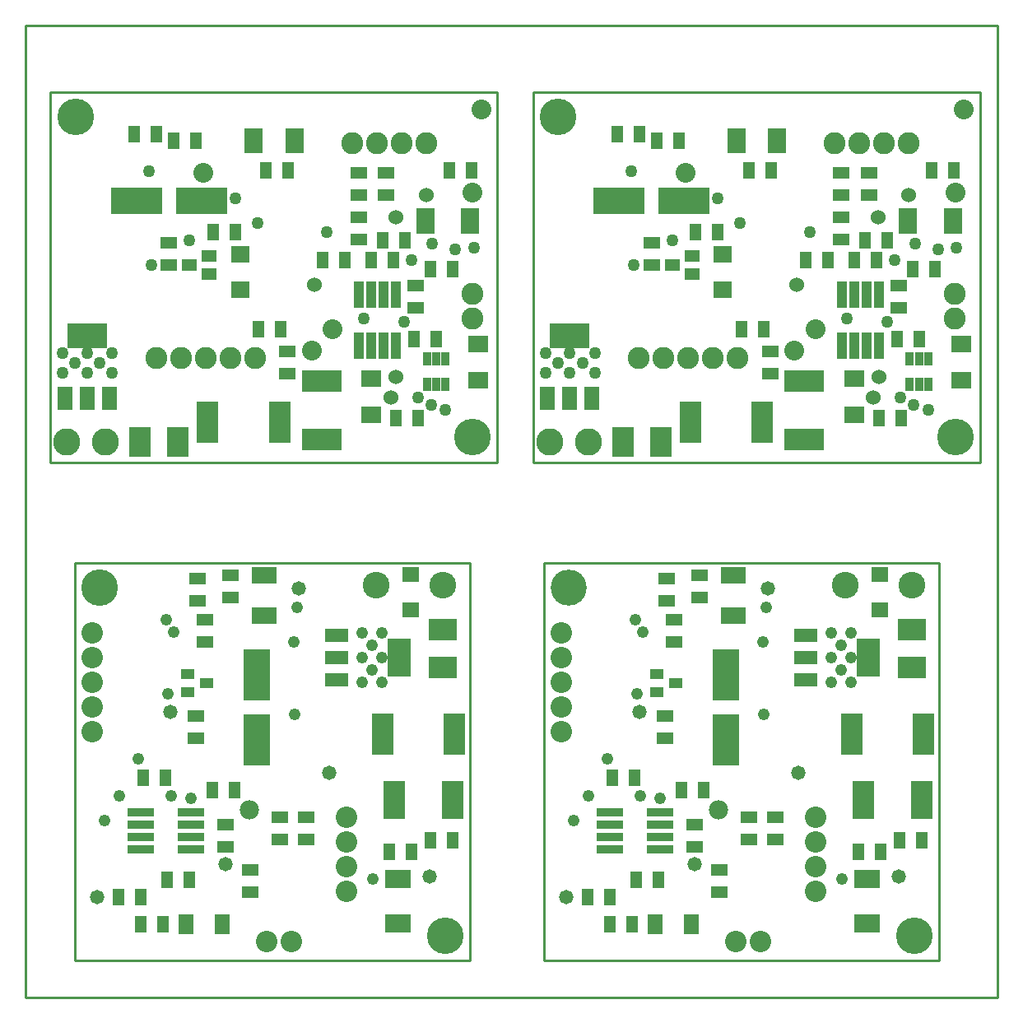
<source format=gts>
%FSLAX23Y23*%
%MOIN*%
G70*
G01*
G75*
G04 Layer_Color=8388736*
%ADD10R,0.079X0.150*%
%ADD11R,0.039X0.059*%
%ADD12R,0.063X0.055*%
%ADD13R,0.094X0.063*%
%ADD14R,0.059X0.039*%
%ADD15R,0.079X0.157*%
%ADD16R,0.100X0.200*%
%ADD17R,0.050X0.035*%
%ADD18R,0.110X0.079*%
%ADD19R,0.100X0.030*%
%ADD20R,0.017X0.066*%
%ADD21R,0.055X0.071*%
%ADD22R,0.090X0.150*%
%ADD23R,0.085X0.050*%
%ADD24R,0.150X0.079*%
%ADD25R,0.071X0.055*%
%ADD26R,0.063X0.094*%
%ADD27R,0.200X0.100*%
%ADD28R,0.079X0.110*%
%ADD29R,0.030X0.100*%
%ADD30R,0.026X0.042*%
%ADD31R,0.066X0.017*%
%ADD32R,0.150X0.090*%
%ADD33R,0.050X0.085*%
%ADD34C,0.025*%
%ADD35C,0.030*%
%ADD36C,0.040*%
%ADD37C,0.015*%
%ADD38C,0.020*%
%ADD39C,0.035*%
%ADD40C,0.050*%
%ADD41C,0.055*%
%ADD42C,0.010*%
%ADD43C,0.045*%
%ADD44C,0.060*%
%ADD45R,0.151X0.305*%
%ADD46R,0.035X0.075*%
%ADD47R,0.065X0.080*%
%ADD48R,0.280X0.151*%
%ADD49R,0.052X0.100*%
%ADD50R,0.094X0.047*%
%ADD51R,0.120X0.040*%
%ADD52R,0.035X0.045*%
%ADD53R,0.085X0.065*%
%ADD54R,0.064X0.076*%
%ADD55R,0.044X0.080*%
%ADD56C,0.079*%
%ADD57C,0.100*%
%ADD58C,0.138*%
%ADD59C,0.040*%
%ADD60C,0.050*%
%ADD61C,0.070*%
%ADD62R,0.030X0.070*%
%ADD63R,0.070X0.030*%
%ADD64R,0.094X0.047*%
%ADD65R,0.047X0.110*%
%ADD66R,0.205X0.305*%
%ADD67R,0.290X0.235*%
%ADD68C,0.004*%
%ADD69C,0.003*%
%ADD70C,0.002*%
%ADD71C,0.002*%
%ADD72C,0.005*%
%ADD73C,0.001*%
%ADD74C,0.008*%
%ADD75C,0.008*%
%ADD76R,0.060X0.169*%
%ADD77R,0.063X0.021*%
%ADD78R,0.021X0.063*%
%ADD79R,0.169X0.060*%
%ADD80R,0.063X0.023*%
%ADD81R,0.087X0.158*%
%ADD82R,0.047X0.067*%
%ADD83R,0.071X0.063*%
%ADD84R,0.102X0.071*%
%ADD85R,0.067X0.047*%
%ADD86R,0.087X0.165*%
%ADD87R,0.108X0.208*%
%ADD88R,0.058X0.043*%
%ADD89R,0.118X0.087*%
%ADD90R,0.108X0.038*%
%ADD91R,0.025X0.074*%
%ADD92R,0.063X0.079*%
%ADD93R,0.098X0.158*%
%ADD94R,0.093X0.058*%
%ADD95R,0.160X0.089*%
%ADD96R,0.069X0.049*%
%ADD97R,0.073X0.065*%
%ADD98R,0.049X0.069*%
%ADD99R,0.081X0.065*%
%ADD100R,0.073X0.104*%
%ADD101R,0.089X0.167*%
%ADD102R,0.210X0.110*%
%ADD103R,0.060X0.045*%
%ADD104R,0.089X0.120*%
%ADD105R,0.040X0.110*%
%ADD106R,0.036X0.052*%
%ADD107R,0.076X0.027*%
%ADD108R,0.160X0.100*%
%ADD109R,0.060X0.095*%
%ADD110C,0.087*%
%ADD111C,0.108*%
%ADD112C,0.146*%
%ADD113C,0.148*%
%ADD114C,0.089*%
%ADD115C,0.110*%
%ADD116C,0.048*%
%ADD117C,0.058*%
%ADD118C,0.078*%
%ADD119C,0.060*%
%ADD120C,0.080*%
D42*
X2100Y150D02*
Y1760D01*
X3700D01*
X2100Y150D02*
X3700D01*
Y1760D01*
X1800Y150D02*
Y1760D01*
X200Y150D02*
X1800D01*
X200Y1760D02*
X1800D01*
X200Y150D02*
Y1760D01*
X3937Y0D02*
Y3937D01*
X0D02*
X3937D01*
X0Y0D02*
Y3937D01*
Y0D02*
X3937D01*
X100Y2165D02*
X1910D01*
X100D02*
Y3665D01*
X1910Y2165D02*
Y3665D01*
X100D02*
X1910D01*
X2055D02*
X3865D01*
Y2165D02*
Y3665D01*
X2055Y2165D02*
Y3665D01*
Y2165D02*
X3865D01*
D60*
X848Y3236D02*
D03*
X498Y3346D02*
D03*
X1221Y3100D02*
D03*
X1533Y2736D02*
D03*
X1700Y2378D02*
D03*
X508Y2966D02*
D03*
X150Y2530D02*
D03*
Y2610D02*
D03*
X200Y2570D02*
D03*
X248Y2530D02*
D03*
Y2610D02*
D03*
X300Y2570D02*
D03*
X350Y2530D02*
D03*
Y2610D02*
D03*
X1588Y2430D02*
D03*
X1371Y2750D02*
D03*
X1740Y3029D02*
D03*
X1816Y3037D02*
D03*
X1563Y2985D02*
D03*
X1647Y3054D02*
D03*
X1642Y2399D02*
D03*
X938Y3136D02*
D03*
X663Y3066D02*
D03*
X2618D02*
D03*
X2893Y3136D02*
D03*
X3597Y2399D02*
D03*
X3602Y3054D02*
D03*
X3518Y2985D02*
D03*
X3771Y3037D02*
D03*
X3695Y3029D02*
D03*
X3326Y2750D02*
D03*
X3543Y2430D02*
D03*
X2305Y2610D02*
D03*
Y2530D02*
D03*
X2255Y2570D02*
D03*
X2203Y2610D02*
D03*
Y2530D02*
D03*
X2155Y2570D02*
D03*
X2105Y2610D02*
D03*
Y2530D02*
D03*
X2463Y2966D02*
D03*
X3655Y2378D02*
D03*
X3488Y2736D02*
D03*
X3176Y3100D02*
D03*
X2453Y3346D02*
D03*
X2803Y3236D02*
D03*
D81*
X3394Y800D02*
D03*
X3630D02*
D03*
X1494D02*
D03*
X1730D02*
D03*
D82*
X3540Y635D02*
D03*
X3630D02*
D03*
X2465Y890D02*
D03*
X2375D02*
D03*
X2365Y405D02*
D03*
X2275D02*
D03*
X2472Y475D02*
D03*
X2562D02*
D03*
X2745Y840D02*
D03*
X2655D02*
D03*
X3464Y590D02*
D03*
X3374D02*
D03*
X2365Y295D02*
D03*
X2455D02*
D03*
X465D02*
D03*
X555D02*
D03*
X1564Y590D02*
D03*
X1474D02*
D03*
X845Y840D02*
D03*
X755D02*
D03*
X572Y475D02*
D03*
X662D02*
D03*
X465Y405D02*
D03*
X375D02*
D03*
X565Y890D02*
D03*
X475D02*
D03*
X1640Y635D02*
D03*
X1730D02*
D03*
D83*
X3460Y1712D02*
D03*
Y1570D02*
D03*
X1560Y1712D02*
D03*
Y1570D02*
D03*
D84*
X2865Y1710D02*
D03*
Y1545D02*
D03*
X965Y1710D02*
D03*
Y1545D02*
D03*
D85*
X2595Y1605D02*
D03*
Y1695D02*
D03*
X2730Y1710D02*
D03*
Y1620D02*
D03*
X2710Y610D02*
D03*
Y700D02*
D03*
X2810Y515D02*
D03*
Y425D02*
D03*
X3035Y730D02*
D03*
Y640D02*
D03*
X2930Y730D02*
D03*
Y640D02*
D03*
X2625Y1440D02*
D03*
Y1530D02*
D03*
X2590Y1050D02*
D03*
Y1140D02*
D03*
X690Y1050D02*
D03*
Y1140D02*
D03*
X725Y1440D02*
D03*
Y1530D02*
D03*
X1030Y730D02*
D03*
Y640D02*
D03*
X1135Y730D02*
D03*
Y640D02*
D03*
X910Y515D02*
D03*
Y425D02*
D03*
X810Y610D02*
D03*
Y700D02*
D03*
X830Y1710D02*
D03*
Y1620D02*
D03*
X695Y1605D02*
D03*
Y1695D02*
D03*
D86*
X3636Y1065D02*
D03*
X3345D02*
D03*
X1736D02*
D03*
X1445D02*
D03*
D87*
X2835Y1307D02*
D03*
Y1043D02*
D03*
X935Y1307D02*
D03*
Y1043D02*
D03*
D88*
X2555Y1310D02*
D03*
Y1235D02*
D03*
X2634Y1273D02*
D03*
X655Y1310D02*
D03*
Y1235D02*
D03*
X734Y1273D02*
D03*
D89*
X3590Y1336D02*
D03*
Y1490D02*
D03*
X1690Y1336D02*
D03*
Y1490D02*
D03*
D90*
X2365Y750D02*
D03*
Y700D02*
D03*
Y650D02*
D03*
Y600D02*
D03*
X2570Y650D02*
D03*
Y700D02*
D03*
Y600D02*
D03*
Y750D02*
D03*
X465D02*
D03*
Y700D02*
D03*
Y650D02*
D03*
Y600D02*
D03*
X670Y650D02*
D03*
Y700D02*
D03*
Y600D02*
D03*
Y750D02*
D03*
D91*
X3445Y480D02*
D03*
X3419D02*
D03*
X3394D02*
D03*
X3368D02*
D03*
X3445Y299D02*
D03*
X3419D02*
D03*
X3394D02*
D03*
X3368D02*
D03*
X1545Y480D02*
D03*
X1519D02*
D03*
X1494D02*
D03*
X1468D02*
D03*
X1545Y299D02*
D03*
X1519D02*
D03*
X1494D02*
D03*
X1468D02*
D03*
D92*
X2550Y295D02*
D03*
X2696D02*
D03*
X650D02*
D03*
X796D02*
D03*
D93*
X3412Y1377D02*
D03*
X1512D02*
D03*
D94*
X3160Y1287D02*
D03*
Y1377D02*
D03*
Y1467D02*
D03*
X1260Y1287D02*
D03*
Y1377D02*
D03*
Y1467D02*
D03*
D95*
X3153Y2260D02*
D03*
Y2496D02*
D03*
X1198Y2260D02*
D03*
Y2496D02*
D03*
D96*
X3015Y2525D02*
D03*
Y2615D02*
D03*
X3303Y3161D02*
D03*
Y3071D02*
D03*
X3535Y2793D02*
D03*
Y2883D02*
D03*
X3415Y3340D02*
D03*
Y3250D02*
D03*
X3303Y3340D02*
D03*
Y3250D02*
D03*
X2535Y3055D02*
D03*
Y2965D02*
D03*
X580Y3055D02*
D03*
Y2965D02*
D03*
X1348Y3340D02*
D03*
Y3250D02*
D03*
X1460Y3340D02*
D03*
Y3250D02*
D03*
X1580Y2793D02*
D03*
Y2883D02*
D03*
X1348Y3161D02*
D03*
Y3071D02*
D03*
X1060Y2525D02*
D03*
Y2615D02*
D03*
D97*
X2823Y3008D02*
D03*
Y2866D02*
D03*
X868Y3008D02*
D03*
Y2866D02*
D03*
D98*
X3545Y2345D02*
D03*
X3455D02*
D03*
X3528Y2665D02*
D03*
X3618D02*
D03*
X2555Y3470D02*
D03*
X2645D02*
D03*
X2928Y3351D02*
D03*
X3018D02*
D03*
X3248Y2985D02*
D03*
X3158D02*
D03*
X3445D02*
D03*
X3355D02*
D03*
X3400Y3065D02*
D03*
X3490D02*
D03*
X2395Y3495D02*
D03*
X2485D02*
D03*
X3670Y3350D02*
D03*
X3760D02*
D03*
X2988Y2706D02*
D03*
X2898D02*
D03*
X3593Y2951D02*
D03*
X3683D02*
D03*
X2713Y3101D02*
D03*
X2803D02*
D03*
X758D02*
D03*
X848D02*
D03*
X1638Y2951D02*
D03*
X1728D02*
D03*
X1033Y2706D02*
D03*
X943D02*
D03*
X1715Y3350D02*
D03*
X1805D02*
D03*
X440Y3495D02*
D03*
X530D02*
D03*
X1445Y3065D02*
D03*
X1535D02*
D03*
X1490Y2985D02*
D03*
X1400D02*
D03*
X1293D02*
D03*
X1203D02*
D03*
X973Y3351D02*
D03*
X1063D02*
D03*
X600Y3470D02*
D03*
X690D02*
D03*
X1573Y2665D02*
D03*
X1663D02*
D03*
X1590Y2345D02*
D03*
X1500D02*
D03*
D99*
X3355Y2505D02*
D03*
Y2359D02*
D03*
X3788Y2646D02*
D03*
Y2500D02*
D03*
X1833Y2646D02*
D03*
Y2500D02*
D03*
X1400Y2505D02*
D03*
Y2359D02*
D03*
D100*
X2878Y3471D02*
D03*
X3043D02*
D03*
X923D02*
D03*
X1088D02*
D03*
D101*
X2692Y2331D02*
D03*
X2983D02*
D03*
X737D02*
D03*
X1028D02*
D03*
D102*
X2403Y3225D02*
D03*
X2667D02*
D03*
X448D02*
D03*
X712D02*
D03*
D103*
X2698Y2928D02*
D03*
Y3003D02*
D03*
X2619Y2965D02*
D03*
X743Y2928D02*
D03*
Y3003D02*
D03*
X664Y2965D02*
D03*
D104*
X2572Y2251D02*
D03*
X2418D02*
D03*
X617D02*
D03*
X463D02*
D03*
D105*
X3305Y2640D02*
D03*
X3355D02*
D03*
X3405D02*
D03*
X3455D02*
D03*
X3405Y2845D02*
D03*
X3355D02*
D03*
X3455D02*
D03*
X3305D02*
D03*
X1350Y2640D02*
D03*
X1400D02*
D03*
X1450D02*
D03*
X1500D02*
D03*
X1450Y2845D02*
D03*
X1400D02*
D03*
X1500D02*
D03*
X1350D02*
D03*
D106*
X3618Y2483D02*
D03*
X3580Y2585D02*
D03*
X3618D02*
D03*
X3655D02*
D03*
Y2483D02*
D03*
X3580D02*
D03*
X1663D02*
D03*
X1625Y2585D02*
D03*
X1663D02*
D03*
X1700D02*
D03*
Y2483D02*
D03*
X1625D02*
D03*
D107*
X3755Y3105D02*
D03*
Y3131D02*
D03*
Y3156D02*
D03*
Y3182D02*
D03*
X3574Y3105D02*
D03*
Y3131D02*
D03*
Y3156D02*
D03*
Y3182D02*
D03*
X1800Y3105D02*
D03*
Y3131D02*
D03*
Y3156D02*
D03*
Y3182D02*
D03*
X1619Y3105D02*
D03*
Y3131D02*
D03*
Y3156D02*
D03*
Y3182D02*
D03*
D108*
X2203Y2678D02*
D03*
X248D02*
D03*
D109*
X2293Y2426D02*
D03*
X2203D02*
D03*
X2113D02*
D03*
X338D02*
D03*
X248D02*
D03*
X158D02*
D03*
D110*
X2170Y1175D02*
D03*
Y1275D02*
D03*
Y1375D02*
D03*
Y1475D02*
D03*
Y1075D02*
D03*
X3200Y430D02*
D03*
Y530D02*
D03*
Y630D02*
D03*
Y730D02*
D03*
X2975Y225D02*
D03*
X2875D02*
D03*
X1075D02*
D03*
X975D02*
D03*
X1300Y430D02*
D03*
Y530D02*
D03*
Y630D02*
D03*
Y730D02*
D03*
X270Y1175D02*
D03*
Y1275D02*
D03*
Y1375D02*
D03*
Y1475D02*
D03*
Y1075D02*
D03*
D111*
X3590Y1670D02*
D03*
X3320D02*
D03*
X1420D02*
D03*
X1690D02*
D03*
D112*
X2200Y1660D02*
D03*
D113*
X3600Y250D02*
D03*
X1700D02*
D03*
X300Y1660D02*
D03*
X202Y3565D02*
D03*
X1810Y2270D02*
D03*
X3765D02*
D03*
X2157Y3565D02*
D03*
D114*
X2783Y2591D02*
D03*
X2683D02*
D03*
X2583D02*
D03*
X2483D02*
D03*
X2883D02*
D03*
X3577Y3460D02*
D03*
X3477D02*
D03*
X3377D02*
D03*
X3277D02*
D03*
X3763Y2851D02*
D03*
Y2751D02*
D03*
X1808Y2851D02*
D03*
Y2751D02*
D03*
X1622Y3460D02*
D03*
X1522D02*
D03*
X1422D02*
D03*
X1322D02*
D03*
X828Y2591D02*
D03*
X728D02*
D03*
X628D02*
D03*
X528D02*
D03*
X928D02*
D03*
D115*
X2278Y2251D02*
D03*
X2122D02*
D03*
X167D02*
D03*
X323D02*
D03*
D116*
X2280Y815D02*
D03*
X2490D02*
D03*
X2570Y805D02*
D03*
X2985Y1440D02*
D03*
X3305Y480D02*
D03*
X2990Y1145D02*
D03*
X2355Y965D02*
D03*
X3000Y1580D02*
D03*
X2500Y1480D02*
D03*
X2470Y1530D02*
D03*
X2475Y1230D02*
D03*
X3264Y1475D02*
D03*
X2220Y715D02*
D03*
X3344Y1475D02*
D03*
X3304Y1425D02*
D03*
X3264Y1377D02*
D03*
X3344D02*
D03*
X3304Y1325D02*
D03*
X3264Y1275D02*
D03*
X3344D02*
D03*
X1444D02*
D03*
X1364D02*
D03*
X1404Y1325D02*
D03*
X1444Y1377D02*
D03*
X1364D02*
D03*
X1404Y1425D02*
D03*
X1444Y1475D02*
D03*
X320Y715D02*
D03*
X1364Y1475D02*
D03*
X575Y1230D02*
D03*
X570Y1530D02*
D03*
X600Y1480D02*
D03*
X1100Y1580D02*
D03*
X455Y965D02*
D03*
X1090Y1145D02*
D03*
X1405Y480D02*
D03*
X1085Y1440D02*
D03*
X670Y805D02*
D03*
X590Y815D02*
D03*
X380D02*
D03*
D117*
X3130Y910D02*
D03*
X3535Y490D02*
D03*
X2710Y540D02*
D03*
X3005Y1655D02*
D03*
X2485Y1155D02*
D03*
X2190Y405D02*
D03*
X290D02*
D03*
X585Y1155D02*
D03*
X1105Y1655D02*
D03*
X810Y540D02*
D03*
X1635Y490D02*
D03*
X1230Y910D02*
D03*
D118*
X2805Y760D02*
D03*
X905D02*
D03*
D119*
X1169Y2887D02*
D03*
X1500Y2514D02*
D03*
X1479Y2431D02*
D03*
X1498Y3160D02*
D03*
X1622Y3250D02*
D03*
X3577D02*
D03*
X3453Y3160D02*
D03*
X3434Y2431D02*
D03*
X3455Y2514D02*
D03*
X3124Y2887D02*
D03*
D120*
X1244Y2705D02*
D03*
X718Y3341D02*
D03*
X1811Y3258D02*
D03*
X1845Y3595D02*
D03*
X1158Y2621D02*
D03*
X3113D02*
D03*
X3800Y3595D02*
D03*
X3766Y3258D02*
D03*
X2673Y3341D02*
D03*
X3199Y2705D02*
D03*
M02*

</source>
